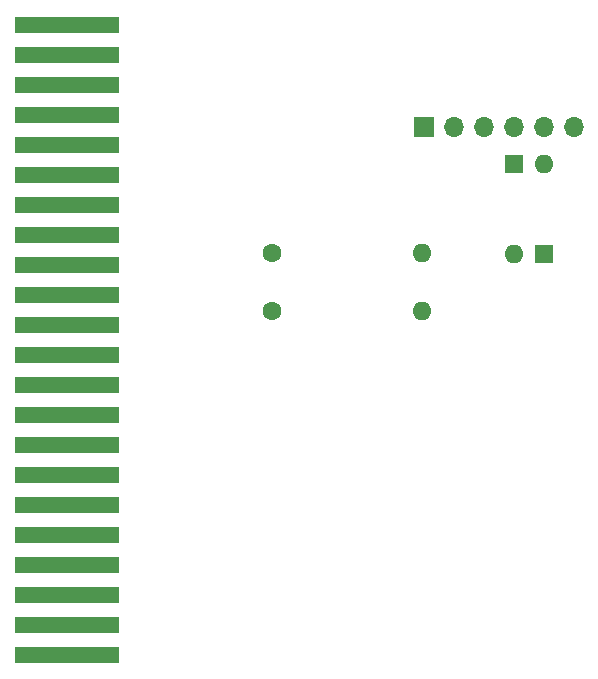
<source format=gts>
G04 #@! TF.GenerationSoftware,KiCad,Pcbnew,7.0.8*
G04 #@! TF.CreationDate,2023-11-17T23:06:40-08:00*
G04 #@! TF.ProjectId,COMiX-FTDI-Adapter,434f4d69-582d-4465-9444-492d41646170,rev?*
G04 #@! TF.SameCoordinates,Original*
G04 #@! TF.FileFunction,Soldermask,Top*
G04 #@! TF.FilePolarity,Negative*
%FSLAX46Y46*%
G04 Gerber Fmt 4.6, Leading zero omitted, Abs format (unit mm)*
G04 Created by KiCad (PCBNEW 7.0.8) date 2023-11-17 23:06:40*
%MOMM*%
%LPD*%
G01*
G04 APERTURE LIST*
%ADD10R,1.600000X1.600000*%
%ADD11O,1.600000X1.600000*%
%ADD12R,1.700000X1.700000*%
%ADD13O,1.700000X1.700000*%
%ADD14C,1.600000*%
%ADD15R,8.890000X1.397000*%
G04 APERTURE END LIST*
D10*
X247269000Y-110617000D03*
D11*
X247269000Y-102997000D03*
D12*
X237109000Y-99822000D03*
D13*
X239649000Y-99822000D03*
X242189000Y-99822000D03*
X244729000Y-99822000D03*
X247269000Y-99822000D03*
X249809000Y-99822000D03*
D14*
X224282000Y-115443000D03*
D11*
X236982000Y-115443000D03*
D14*
X224282000Y-110490000D03*
D11*
X236982000Y-110490000D03*
D10*
X244729000Y-102997000D03*
D11*
X244729000Y-110617000D03*
D15*
X206883000Y-91186000D03*
X206883000Y-93726000D03*
X206883000Y-96266000D03*
X206883000Y-98806000D03*
X206883000Y-101346000D03*
X206883000Y-103886000D03*
X206883000Y-106426000D03*
X206883000Y-108966000D03*
X206883000Y-111506000D03*
X206883000Y-114046000D03*
X206883000Y-116586000D03*
X206883000Y-119126000D03*
X206883000Y-121666000D03*
X206883000Y-124206000D03*
X206883000Y-126746000D03*
X206883000Y-129286000D03*
X206883000Y-131826000D03*
X206883000Y-134366000D03*
X206883000Y-136906000D03*
X206883000Y-139446000D03*
X206883000Y-141986000D03*
X206883000Y-144526000D03*
M02*

</source>
